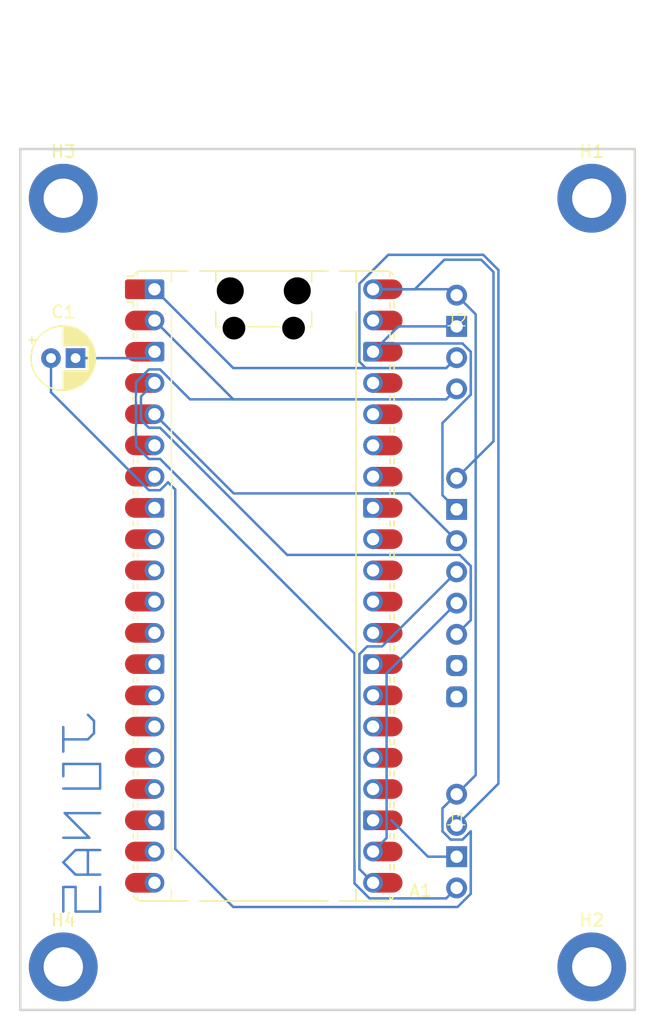
<source format=kicad_pcb>
(kicad_pcb (version 20241229) (generator "pcbnew") (generator_version "9.0")
  (layers (0 "F.Cu" signal) (2 "B.Cu" signal) (13 "F.Paste" user) (15 "B.Paste" user) (5 "F.SilkS" user "F.Silkscreen") (7 "B.SilkS" user "B.Silkscreen") (1 "F.Mask" user) (3 "B.Mask" user) (25 "Edge.Cuts" user))
  (net 0 "")
  (net 1 "Net-(A1-GPIO2)")
  (net 5 "GND")
  (net 10 "Net-(A1-GPIO16)")
  (net 13 "Net-(A1-GPIO17)")
  (net 15 "+5V")
  (net 16 "Net-(A1-GPIO0)")
  (net 22 "Net-(A1-GPIO3)")
  (net 32 "Net-(A1-GPIO1)")
  (footprint "MountingHole:MountingHole_3.2mm_M3_DIN965_Pad_TopBottom" (layer "F.Cu") (at 98 61)
    (property "Reference" "H3" (at 0 -3.8 0) (layer "F.SilkS"))
    (property "Value" "MountingHole")
    (pad "1" thru_hole circle (at 0 0) (size 3.6 3.6) (drill 3.2) (layers "*.Cu" "*.Mask"))
    (pad "1" connect circle (at 0 0) (size 5.6 5.6) (layers "F.Cu" "F.Mask"))
    (pad "1" connect circle (at 0 0) (size 5.6 5.6) (layers "B.Cu" "B.Mask"))
  )
  (footprint "MountingHole:MountingHole_3.2mm_M3_DIN965_Pad_TopBottom" (layer "F.Cu") (at 98 123.5)
    (property "Reference" "H4" (at 0 -3.8 0) (layer "F.SilkS"))
    (property "Value" "MountingHole")
    (pad "1" thru_hole circle (at 0 0) (size 3.6 3.6) (drill 3.2) (layers "*.Cu" "*.Mask"))
    (pad "1" connect circle (at 0 0) (size 5.6 5.6) (layers "F.Cu" "F.Mask"))
    (pad "1" connect circle (at 0 0) (size 5.6 5.6) (layers "B.Cu" "B.Mask"))
  )
  (footprint "My_Library:SGP30" (layer "F.Cu") (at 130 71.42)
    (property "Reference" "J2" (at 0 -0.5 0) (layer "F.SilkS") (effects (font (thickness 0.1))))
    (property "Value" "SGP30")
    (pad "1" thru_hole circle (at 0 -2.54) (size 1.7 1.7) (drill 1) (layers "*.Cu" "*.Mask") (net 15 "+5V"))
    (pad "2" thru_hole rect (at 0 0) (size 1.7 1.7) (drill 1) (layers "*.Cu" "*.Mask") (net 5 "GND"))
    (pad "3" thru_hole circle (at 0 2.54) (size 1.7 1.7) (drill 1) (layers "*.Cu" "*.Mask") (net 16 "Net-(A1-GPIO0)"))
    (pad "4" thru_hole circle (at 0 5.08) (size 1.7 1.7) (drill 1) (layers "*.Cu" "*.Mask") (net 32 "Net-(A1-GPIO1)"))
  )
  (footprint "MountingHole:MountingHole_3.2mm_M3_DIN965_Pad_TopBottom" (layer "F.Cu") (at 141 61)
    (property "Reference" "H1" (at 0 -3.8 0) (layer "F.SilkS"))
    (property "Value" "MountingHole")
    (pad "1" thru_hole circle (at 0 0) (size 3.6 3.6) (drill 3.2) (layers "*.Cu" "*.Mask"))
    (pad "1" connect circle (at 0 0) (size 5.6 5.6) (layers "F.Cu" "F.Mask"))
    (pad "1" connect circle (at 0 0) (size 5.6 5.6) (layers "B.Cu" "B.Mask"))
  )
  (footprint "Module:RaspberryPi_Pico_Common_Unspecified" (layer "F.Cu") (at 114.31 92.53)
    (property "Reference" "A1" (at 11.7475 24.765 0) (layer "F.SilkS") (effects (justify left)))
    (property "Value" "RaspberryPi_Pico")
    (fp_line (start -10.61 -23.07) (end -11.09 -23.07) (stroke (width 0.12)) (layer "F.SilkS"))
    (fp_line (start -10.61 -23.07) (end -10.61 -22.65) (stroke (width 0.12)) (layer "F.SilkS"))
    (fp_line (start -10.61 -20.53) (end -10.61 -20.11) (stroke (width 0.12)) (layer "F.SilkS"))
    (fp_line (start -10.61 -17.99) (end -10.61 -17.57) (stroke (width 0.12)) (layer "F.SilkS"))
    (fp_line (start -10.61 -15.45) (end -10.61 -15.03) (stroke (width 0.12)) (layer "F.SilkS"))
    (fp_line (start -10.61 -12.91) (end -10.61 -12.49) (stroke (width 0.12)) (layer "F.SilkS"))
    (fp_line (start -10.61 -10.37) (end -10.61 -9.95) (stroke (width 0.12)) (layer "F.SilkS"))
    (fp_line (start -10.61 -7.83) (end -10.61 -7.41) (stroke (width 0.12)) (layer "F.SilkS"))
    (fp_line (start -10.61 -5.29) (end -10.61 -4.87) (stroke (width 0.12)) (layer "F.SilkS"))
    (fp_line (start -10.61 -2.75) (end -10.61 -2.33) (stroke (width 0.12)) (layer "F.SilkS"))
    (fp_line (start -10.61 -0.21) (end -10.61 0.21) (stroke (width 0.12)) (layer "F.SilkS"))
    (fp_line (start -10.61 2.33) (end -10.61 2.75) (stroke (width 0.12)) (layer "F.SilkS"))
    (fp_line (start -10.61 4.87) (end -10.61 5.29) (stroke (width 0.12)) (layer "F.SilkS"))
    (fp_line (start -10.61 7.41) (end -10.61 7.83) (stroke (width 0.12)) (layer "F.SilkS"))
    (fp_line (start -10.61 9.95) (end -10.61 10.37) (stroke (width 0.12)) (layer "F.SilkS"))
    (fp_line (start -10.61 12.49) (end -10.61 12.91) (stroke (width 0.12)) (layer "F.SilkS"))
    (fp_line (start -10.61 15.03) (end -10.61 15.45) (stroke (width 0.12)) (layer "F.SilkS"))
    (fp_line (start -10.61 17.57) (end -10.61 17.99) (stroke (width 0.12)) (layer "F.SilkS"))
    (fp_line (start -10.61 20.11) (end -10.61 20.53) (stroke (width 0.12)) (layer "F.SilkS"))
    (fp_line (start -10.61 22.65) (end -10.61 23.07) (stroke (width 0.12)) (layer "F.SilkS"))
    (fp_line (start -10.579676 -25.19) (end -11.09 -25.19) (stroke (width 0.12)) (layer "F.SilkS"))
    (fp_line (start -10.27 -25.189937) (end -10.27 -25.547) (stroke (width 0.12)) (layer "F.SilkS"))
    (fp_line (start -10.27 -23.07) (end -10.27 -22.65) (stroke (width 0.12)) (layer "F.SilkS"))
    (fp_line (start -10.27 -20.53) (end -10.27 -20.11) (stroke (width 0.12)) (layer "F.SilkS"))
    (fp_line (start -10.27 -17.99) (end -10.27 -17.57) (stroke (width 0.12)) (layer "F.SilkS"))
    (fp_line (start -10.27 -15.45) (end -10.27 -15.03) (stroke (width 0.12)) (layer "F.SilkS"))
    (fp_line (start -10.27 -12.91) (end -10.27 -12.49) (stroke (width 0.12)) (layer "F.SilkS"))
    (fp_line (start -10.27 -10.37) (end -10.27 -9.95) (stroke (width 0.12)) (layer "F.SilkS"))
    (fp_line (start -10.27 -7.83) (end -10.27 -7.41) (stroke (width 0.12)) (layer "F.SilkS"))
    (fp_line (start -10.27 -5.29) (end -10.27 -4.87) (stroke (width 0.12)) (layer "F.SilkS"))
    (fp_line (start -10.27 -2.75) (end -10.27 -2.33) (stroke (width 0.12)) (layer "F.SilkS"))
    (fp_line (start -10.27 -0.21) (end -10.27 0.21) (stroke (width 0.12)) (layer "F.SilkS"))
    (fp_line (start -10.27 2.33) (end -10.27 2.75) (stroke (width 0.12)) (layer "F.SilkS"))
    (fp_line (start -10.27 4.87) (end -10.27 5.29) (stroke (width 0.12)) (layer "F.SilkS"))
    (fp_line (start -10.27 7.41) (end -10.27 7.83) (stroke (width 0.12)) (layer "F.SilkS"))
    (fp_line (start -10.27 9.95) (end -10.27 10.37) (stroke (width 0.12)) (layer "F.SilkS"))
    (fp_line (start -10.27 12.49) (end -10.27 12.91) (stroke (width 0.12)) (layer "F.SilkS"))
    (fp_line (start -10.27 15.03) (end -10.27 15.45) (stroke (width 0.12)) (layer "F.SilkS"))
    (fp_line (start -10.27 17.57) (end -10.27 17.99) (stroke (width 0.12)) (layer "F.SilkS"))
    (fp_line (start -10.27 20.11) (end -10.27 20.53) (stroke (width 0.12)) (layer "F.SilkS"))
    (fp_line (start -10.27 22.65) (end -10.27 23.07) (stroke (width 0.12)) (layer "F.SilkS"))
    (fp_line (start -10.27 25.189937) (end -10.27 25.547) (stroke (width 0.12)) (layer "F.SilkS"))
    (fp_line (start -10 -25.61) (end -7.51 -25.61) (stroke (width 0.12)) (layer "F.SilkS"))
    (fp_line (start -10 25.61) (end -6.162061 25.61) (stroke (width 0.12)) (layer "F.SilkS"))
    (fp_line (start -7.51 -25.61) (end -7.51 -24.69648) (stroke (width 0.12)) (layer "F.SilkS"))
    (fp_line (start -7.51 -25.61) (end -6.16206 -25.61) (stroke (width 0.12)) (layer "F.SilkS"))
    (fp_line (start -7.51 -22.30352) (end -7.51 22.30352) (stroke (width 0.12)) (layer "F.SilkS"))
    (fp_line (start -7.51 24.69648) (end -7.51 25.61) (stroke (width 0.12)) (layer "F.SilkS"))
    (fp_line (start -5.237939 -25.61) (end -4.235 -25.61) (stroke (width 0.12)) (layer "F.SilkS"))
    (fp_line (start -4.235 -25.61) (end 4.235 -25.61) (stroke (width 0.12)) (layer "F.SilkS"))
    (fp_line (start -3.9 -25.61) (end -3.9 -24.694) (stroke (width 0.12)) (layer "F.SilkS"))
    (fp_line (start -3.9 -22.306) (end -3.9 -21.09) (stroke (width 0.12)) (layer "F.SilkS"))
    (fp_line (start -3.9 -21.09) (end -3.60391 -21.09) (stroke (width 0.12)) (layer "F.SilkS"))
    (fp_line (start -3.6 25.61) (end -5.237939 25.61) (stroke (width 0.12)) (layer "F.SilkS"))
    (fp_line (start -1.24609 -21.09) (end 1.24609 -21.09) (stroke (width 0.12)) (layer "F.SilkS"))
    (fp_line (start 3.6 25.61) (end -3.6 25.61) (stroke (width 0.12)) (layer "F.SilkS"))
    (fp_line (start 3.60391 -21.09) (end 3.9 -21.09) (stroke (width 0.12)) (layer "F.SilkS"))
    (fp_line (start 3.9 -25.61) (end 3.9 -24.694) (stroke (width 0.12)) (layer "F.SilkS"))
    (fp_line (start 3.9 -22.306) (end 3.9 -21.09) (stroke (width 0.12)) (layer "F.SilkS"))
    (fp_line (start 4.235 -25.61) (end 5.237939 -25.61) (stroke (width 0.12)) (layer "F.SilkS"))
    (fp_line (start 5.237939 25.61) (end 3.6 25.61) (stroke (width 0.12)) (layer "F.SilkS"))
    (fp_line (start 6.162061 -25.61) (end 7.51 -25.61) (stroke (width 0.12)) (layer "F.SilkS"))
    (fp_line (start 6.162061 25.61) (end 10 25.61) (stroke (width 0.12)) (layer "F.SilkS"))
    (fp_line (start 7.51 -25.61) (end 7.51 -24.69648) (stroke (width 0.12)) (layer "F.SilkS"))
    (fp_line (start 7.51 -22.30352) (end 7.51 22.30352) (stroke (width 0.12)) (layer "F.SilkS"))
    (fp_line (start 7.51 24.69648) (end 7.51 25.61) (stroke (width 0.12)) (layer "F.SilkS"))
    (fp_line (start 10 -25.61) (end 7.51 -25.61) (stroke (width 0.12)) (layer "F.SilkS"))
    (fp_line (start 10.27 -25.189937) (end 10.27 -25.547) (stroke (width 0.12)) (layer "F.SilkS"))
    (fp_line (start 10.27 -23.07) (end 10.27 -22.65) (stroke (width 0.12)) (layer "F.SilkS"))
    (fp_line (start 10.27 -20.53) (end 10.27 -20.11) (stroke (width 0.12)) (layer "F.SilkS"))
    (fp_line (start 10.27 -17.99) (end 10.27 -17.57) (stroke (width 0.12)) (layer "F.SilkS"))
    (fp_line (start 10.27 -15.45) (end 10.27 -15.03) (stroke (width 0.12)) (layer "F.SilkS"))
    (fp_line (start 10.27 -12.91) (end 10.27 -12.49) (stroke (width 0.12)) (layer "F.SilkS"))
    (fp_line (start 10.27 -10.37) (end 10.27 -9.95) (stroke (width 0.12)) (layer "F.SilkS"))
    (fp_line (start 10.27 -7.83) (end 10.27 -7.41) (stroke (width 0.12)) (layer "F.SilkS"))
    (fp_line (start 10.27 -5.29) (end 10.27 -4.87) (stroke (width 0.12)) (layer "F.SilkS"))
    (fp_line (start 10.27 -2.75) (end 10.27 -2.33) (stroke (width 0.12)) (layer "F.SilkS"))
    (fp_line (start 10.27 -0.21) (end 10.27 0.21) (stroke (width 0.12)) (layer "F.SilkS"))
    (fp_line (start 10.27 2.33) (end 10.27 2.75) (stroke (width 0.12)) (layer "F.SilkS"))
    (fp_line (start 10.27 4.87) (end 10.27 5.29) (stroke (width 0.12)) (layer "F.SilkS"))
    (fp_line (start 10.27 7.41) (end 10.27 7.83) (stroke (width 0.12)) (layer "F.SilkS"))
    (fp_line (start 10.27 9.95) (end 10.27 10.37) (stroke (width 0.12)) (layer "F.SilkS"))
    (fp_line (start 10.27 12.49) (end 10.27 12.91) (stroke (width 0.12)) (layer "F.SilkS"))
    (fp_line (start 10.27 15.03) (end 10.27 15.45) (stroke (width 0.12)) (layer "F.SilkS"))
    (fp_line (start 10.27 17.57) (end 10.27 17.99) (stroke (width 0.12)) (layer "F.SilkS"))
    (fp_line (start 10.27 20.11) (end 10.27 20.53) (stroke (width 0.12)) (layer "F.SilkS"))
    (fp_line (start 10.27 22.65) (end 10.27 23.07) (stroke (width 0.12)) (layer "F.SilkS"))
    (fp_line (start 10.27 25.189937) (end 10.27 25.547) (stroke (width 0.12)) (layer "F.SilkS"))
    (fp_line (start 10.61 -23.07) (end 10.61 -22.65) (stroke (width 0.12)) (layer "F.SilkS"))
    (fp_line (start 10.61 -20.53) (end 10.61 -20.11) (stroke (width 0.12)) (layer "F.SilkS"))
    (fp_line (start 10.61 -17.99) (end 10.61 -17.57) (stroke (width 0.12)) (layer "F.SilkS"))
    (fp_line (start 10.61 -15.45) (end 10.61 -15.03) (stroke (width 0.12)) (layer "F.SilkS"))
    (fp_line (start 10.61 -12.91) (end 10.61 -12.49) (stroke (width 0.12)) (layer "F.SilkS"))
    (fp_line (start 10.61 -10.37) (end 10.61 -9.95) (stroke (width 0.12)) (layer "F.SilkS"))
    (fp_line (start 10.61 -7.83) (end 10.61 -7.41) (stroke (width 0.12)) (layer "F.SilkS"))
    (fp_line (start 10.61 -5.29) (end 10.61 -4.87) (stroke (width 0.12)) (layer "F.SilkS"))
    (fp_line (start 10.61 -2.75) (end 10.61 -2.33) (stroke (width 0.12)) (layer "F.SilkS"))
    (fp_line (start 10.61 -0.21) (end 10.61 0.21) (stroke (width 0.12)) (layer "F.SilkS"))
    (fp_line (start 10.61 2.33) (end 10.61 2.75) (stroke (width 0.12)) (layer "F.SilkS"))
    (fp_line (start 10.61 4.87) (end 10.61 5.29) (stroke (width 0.12)) (layer "F.SilkS"))
    (fp_line (start 10.61 7.41) (end 10.61 7.83) (stroke (width 0.12)) (layer "F.SilkS"))
    (fp_line (start 10.61 9.95) (end 10.61 10.37) (stroke (width 0.12)) (layer "F.SilkS"))
    (fp_line (start 10.61 12.49) (end 10.61 12.91) (stroke (width 0.12)) (layer "F.SilkS"))
    (fp_line (start 10.61 15.03) (end 10.61 15.45) (stroke (width 0.12)) (layer "F.SilkS"))
    (fp_line (start 10.61 17.57) (end 10.61 17.99) (stroke (width 0.12)) (layer "F.SilkS"))
    (fp_line (start 10.61 20.11) (end 10.61 20.53) (stroke (width 0.12)) (layer "F.SilkS"))
    (fp_line (start 10.61 22.65) (end 10.61 23.07) (stroke (width 0.12)) (layer "F.SilkS"))
    (fp_arc (start -10.579676 -25.19) (mid -10.357938 -25.493944) (end -10 -25.61) (stroke (width 0.12)) (layer "F.SilkS"))
    (fp_arc (start -10 25.61) (mid -10.357937 25.493944) (end -10.579676 25.189937) (stroke (width 0.12)) (layer "F.SilkS"))
    (fp_arc (start 10 -25.61) (mid 10.357937 -25.493944) (end 10.579676 -25.189937) (stroke (width 0.12)) (layer "F.SilkS"))
    (fp_arc (start 10.579676 25.189937) (mid 10.357946 25.493957) (end 10 25.61) (stroke (width 0.12)) (layer "F.SilkS"))
    (pad "" np_thru_hole circle (at -2.725 -24) (size 2.2 2.2) (drill 2.2) (layers "*.Mask"))
    (pad "" np_thru_hole circle (at -2.425 -20.97) (size 1.85 1.85) (drill 1.85) (layers "*.Mask"))
    (pad "" np_thru_hole circle (at 2.425 -20.97) (size 1.85 1.85) (drill 1.85) (layers "*.Mask"))
    (pad "" np_thru_hole circle (at 2.725 -24) (size 2.2 2.2) (drill 2.2) (layers "*.Mask"))
    (pad "1" smd custom (at -9.69 -24.13) (size 1.6 0.8) (layers "F.Cu" "F.Mask") (net 16 "Net-(A1-GPIO0)") (options (clearance outline) (anchor rect)) (primitives (gr_circle (center 0.8 0) (end 1.6 0) (width 0) (fill yes)) (gr_poly (pts (xy -1.6 -0.6) (xy -1.6 0.6) (xy -1.4 0.8) (xy 0.8 0.8) (xy 0.8 -0.8) (xy -1.4 -0.8)) (width 0) (fill yes)) (gr_circle (center -1.4 -0.6) (end -1.2 -0.6) (width 0) (fill yes)) (gr_circle (center -1.4 0.6) (end -1.2 0.6) (width 0) (fill yes))))
    (pad "1" thru_hole roundrect (at -8.89 -24.13) (size 1.6 1.6) (drill 1) (layers "*.Cu" "*.Mask") (roundrect_rratio 0.125) (net 16 "Net-(A1-GPIO0)"))
    (pad "2" smd roundrect (at -9.69 -21.59) (size 3.2 1.6) (layers "F.Cu" "F.Mask") (roundrect_rratio 0.5) (net 32 "Net-(A1-GPIO1)"))
    (pad "2" thru_hole circle (at -8.89 -21.59) (size 1.6 1.6) (drill 1) (layers "*.Cu" "*.Mask") (net 32 "Net-(A1-GPIO1)"))
    (pad "3" smd custom (at -9.69 -19.05) (size 1.6 0.8) (layers "F.Cu" "F.Mask") (net 5 "GND") (options (clearance outline) (anchor rect)) (primitives (gr_circle (center -0.8 0) (end 0 0) (width 0) (fill yes)) (gr_poly (pts (xy 1.6 -0.6) (xy 1.6 0.6) (xy 1.4 0.8) (xy -0.8 0.8) (xy -0.8 -0.8) (xy 1.4 -0.8)) (width 0) (fill yes)) (gr_circle (center 1.4 -0.6) (end 1.6 -0.6) (width 0) (fill yes)) (gr_circle (center 1.4 0.6) (end 1.6 0.6) (width 0) (fill yes))))
    (pad "3" thru_hole custom (at -8.89 -19.05) (size 1.6 1.6) (drill 1) (layers "*.Cu" "*.Mask") (net 5 "GND") (options (clearance outline) (anchor circle)) (primitives (gr_poly (pts (xy 0.8 0.6) (xy 0.8 -0.6) (xy 0.6 -0.8) (xy 0 -0.8) (xy 0 0.8) (xy 0.6 0.8)) (width 0) (fill yes)) (gr_circle (center 0.6 0.6) (end 0.8 0.6) (width 0) (fill yes)) (gr_circle (center 0.6 -0.6) (end 0.8 -0.6) (width 0) (fill yes))))
    (pad "4" smd roundrect (at -9.69 -16.51) (size 3.2 1.6) (layers "F.Cu" "F.Mask") (roundrect_rratio 0.5) (net 1 "Net-(A1-GPIO2)"))
    (pad "4" thru_hole circle (at -8.89 -16.51) (size 1.6 1.6) (drill 1) (layers "*.Cu" "*.Mask") (net 1 "Net-(A1-GPIO2)"))
    (pad "5" smd roundrect (at -9.69 -13.97) (size 3.2 1.6) (layers "F.Cu" "F.Mask") (roundrect_rratio 0.5) (net 22 "Net-(A1-GPIO3)"))
    (pad "5" thru_hole circle (at -8.89 -13.97) (size 1.6 1.6) (drill 1) (layers "*.Cu" "*.Mask") (net 22 "Net-(A1-GPIO3)"))
    (pad "6" smd roundrect (at -9.69 -11.43) (size 3.2 1.6) (layers "F.Cu" "F.Mask") (roundrect_rratio 0.5))
    (pad "6" thru_hole circle (at -8.89 -11.43) (size 1.6 1.6) (drill 1) (layers "*.Cu" "*.Mask"))
    (pad "7" smd roundrect (at -9.69 -8.89) (size 3.2 1.6) (layers "F.Cu" "F.Mask") (roundrect_rratio 0.5))
    (pad "7" thru_hole circle (at -8.89 -8.89) (size 1.6 1.6) (drill 1) (layers "*.Cu" "*.Mask"))
    (pad "8" smd custom (at -9.69 -6.35) (size 1.6 0.8) (layers "F.Cu" "F.Mask") (net 5 "GND") (options (clearance outline) (anchor rect)) (primitives (gr_circle (center -0.8 0) (end 0 0) (width 0) (fill yes)) (gr_poly (pts (xy 1.6 -0.6) (xy 1.6 0.6) (xy 1.4 0.8) (xy -0.8 0.8) (xy -0.8 -0.8) (xy 1.4 -0.8)) (width 0) (fill yes)) (gr_circle (center 1.4 -0.6) (end 1.6 -0.6) (width 0) (fill yes)) (gr_circle (center 1.4 0.6) (end 1.6 0.6) (width 0) (fill yes))))
    (pad "8" thru_hole custom (at -8.89 -6.35) (size 1.6 1.6) (drill 1) (layers "*.Cu" "*.Mask") (net 5 "GND") (options (clearance outline) (anchor circle)) (primitives (gr_poly (pts (xy 0.8 0.6) (xy 0.8 -0.6) (xy 0.6 -0.8) (xy 0 -0.8) (xy 0 0.8) (xy 0.6 0.8)) (width 0) (fill yes)) (gr_circle (center 0.6 0.6) (end 0.8 0.6) (width 0) (fill yes)) (gr_circle (center 0.6 -0.6) (end 0.8 -0.6) (width 0) (fill yes))))
    (pad "9" smd roundrect (at -9.69 -3.81) (size 3.2 1.6) (layers "F.Cu" "F.Mask") (roundrect_rratio 0.5))
    (pad "9" thru_hole circle (at -8.89 -3.81) (size 1.6 1.6) (drill 1) (layers "*.Cu" "*.Mask"))
    (pad "10" smd roundrect (at -9.69 -1.27) (size 3.2 1.6) (layers "F.Cu" "F.Mask") (roundrect_rratio 0.5))
    (pad "10" thru_hole circle (at -8.89 -1.27) (size 1.6 1.6) (drill 1) (layers "*.Cu" "*.Mask"))
    (pad "11" smd roundrect (at -9.69 1.27) (size 3.2 1.6) (layers "F.Cu" "F.Mask") (roundrect_rratio 0.5))
    (pad "11" thru_hole circle (at -8.89 1.27) (size 1.6 1.6) (drill 1) (layers "*.Cu" "*.Mask"))
    (pad "12" smd roundrect (at -9.69 3.81) (size 3.2 1.6) (layers "F.Cu" "F.Mask") (roundrect_rratio 0.5))
    (pad "12" thru_hole circle (at -8.89 3.81) (size 1.6 1.6) (drill 1) (layers "*.Cu" "*.Mask"))
    (pad "13" smd custom (at -9.69 6.35) (size 1.6 0.8) (layers "F.Cu" "F.Mask") (net 5 "GND") (options (clearance outline) (anchor rect)) (primitives (gr_circle (center -0.8 0) (end 0 0) (width 0) (fill yes)) (gr_poly (pts (xy 1.6 -0.6) (xy 1.6 0.6) (xy 1.4 0.8) (xy -0.8 0.8) (xy -0.8 -0.8) (xy 1.4 -0.8)) (width 0) (fill yes)) (gr_circle (center 1.4 -0.6) (end 1.6 -0.6) (width 0) (fill yes)) (gr_circle (center 1.4 0.6) (end 1.6 0.6) (width 0) (fill yes))))
    (pad "13" thru_hole custom (at -8.89 6.35) (size 1.6 1.6) (drill 1) (layers "*.Cu" "*.Mask") (net 5 "GND") (options (clearance outline) (anchor circle)) (primitives (gr_poly (pts (xy 0.8 0.6) (xy 0.8 -0.6) (xy 0.6 -0.8) (xy 0 -0.8) (xy 0 0.8) (xy 0.6 0.8)) (width 0) (fill yes)) (gr_circle (center 0.6 0.6) (end 0.8 0.6) (width 0) (fill yes)) (gr_circle (center 0.6 -0.6) (end 0.8 -0.6) (width 0) (fill yes))))
    (pad "14" smd roundrect (at -9.69 8.89) (size 3.2 1.6) (layers "F.Cu" "F.Mask") (roundrect_rratio 0.5))
    (pad "14" thru_hole circle (at -8.89 8.89) (size 1.6 1.6) (drill 1) (layers "*.Cu" "*.Mask"))
    (pad "15" smd roundrect (at -9.69 11.43) (size 3.2 1.6) (layers "F.Cu" "F.Mask") (roundrect_rratio 0.5))
    (pad "15" thru_hole circle (at -8.89 11.43) (size 1.6 1.6) (drill 1) (layers "*.Cu" "*.Mask"))
    (pad "16" smd roundrect (at -9.69 13.97) (size 3.2 1.6) (layers "F.Cu" "F.Mask") (roundrect_rratio 0.5))
    (pad "16" thru_hole circle (at -8.89 13.97) (size 1.6 1.6) (drill 1) (layers "*.Cu" "*.Mask"))
    (pad "17" smd roundrect (at -9.69 16.51) (size 3.2 1.6) (layers "F.Cu" "F.Mask") (roundrect_rratio 0.5))
    (pad "17" thru_hole circle (at -8.89 16.51) (size 1.6 1.6) (drill 1) (layers "*.Cu" "*.Mask"))
    (pad "18" smd custom (at -9.69 19.05) (size 1.6 0.8) (layers "F.Cu" "F.Mask") (net 5 "GND") (options (clearance outline) (anchor rect)) (primitives (gr_circle (center -0.8 0) (end 0 0) (width 0) (fill yes)) (gr_poly (pts (xy 1.6 -0.6) (xy 1.6 0.6) (xy 1.4 0.8) (xy -0.8 0.8) (xy -0.8 -0.8) (xy 1.4 -0.8)) (width 0) (fill yes)) (gr_circle (center 1.4 -0.6) (end 1.6 -0.6) (width 0) (fill yes)) (gr_circle (center 1.4 0.6) (end 1.6 0.6) (width 0) (fill yes))))
    (pad "18" thru_hole custom (at -8.89 19.05) (size 1.6 1.6) (drill 1) (layers "*.Cu" "*.Mask") (net 5 "GND") (options (clearance outline) (anchor circle)) (primitives (gr_poly (pts (xy 0.8 0.6) (xy 0.8 -0.6) (xy 0.6 -0.8) (xy 0 -0.8) (xy 0 0.8) (xy 0.6 0.8)) (width 0) (fill yes)) (gr_circle (center 0.6 0.6) (end 0.8 0.6) (width 0) (fill yes)) (gr_circle (center 0.6 -0.6) (end 0.8 -0.6) (width 0) (fill yes))))
    (pad "19" smd roundrect (at -9.69 21.59) (size 3.2 1.6) (layers "F.Cu" "F.Mask") (roundrect_rratio 0.5))
    (pad "19" thru_hole circle (at -8.89 21.59) (size 1.6 1.6) (drill 1) (layers "*.Cu" "*.Mask"))
    (pad "20" smd roundrect (at -9.69 24.13) (size 3.2 1.6) (layers "F.Cu" "F.Mask") (roundrect_rratio 0.5))
    (pad "20" thru_hole circle (at -8.89 24.13) (size 1.6 1.6) (drill 1) (layers "*.Cu" "*.Mask"))
    (pad "21" thru_hole circle (at 8.89 24.13) (size 1.6 1.6) (drill 1) (layers "*.Cu" "*.Mask") (net 10 "Net-(A1-GPIO16)"))
    (pad "21" smd roundrect (at 9.69 24.13) (size 3.2 1.6) (layers "F.Cu" "F.Mask") (roundrect_rratio 0.5) (net 10 "Net-(A1-GPIO16)"))
    (pad "22" thru_hole circle (at 8.89 21.59) (size 1.6 1.6) (drill 1) (layers "*.Cu" "*.Mask") (net 13 "Net-(A1-GPIO17)"))
    (pad "22" smd roundrect (at 9.69 21.59) (size 3.2 1.6) (layers "F.Cu" "F.Mask") (roundrect_rratio 0.5) (net 13 "Net-(A1-GPIO17)"))
    (pad "23" thru_hole custom (at 8.89 19.05) (size 1.6 1.6) (drill 1) (layers "*.Cu" "*.Mask") (net 5 "GND") (options (clearance outline) (anchor circle)) (primitives (gr_poly (pts (xy -0.8 0.6) (xy -0.8 -0.6) (xy -0.6 -0.8) (xy 0 -0.8) (xy 0 0.8) (xy -0.6 0.8)) (width 0) (fill yes)) (gr_circle (center -0.6 0.6) (end -0.4 0.6) (width 0) (fill yes)) (gr_circle (center -0.6 -0.6) (end -0.4 -0.6) (width 0) (fill yes))))
    (pad "23" smd custom (at 9.69 19.05) (size 1.6 0.8) (layers "F.Cu" "F.Mask") (net 5 "GND") (options (clearance outline) (anchor rect)) (primitives (gr_circle (center 0.8 0) (end 1.6 0) (width 0) (fill yes)) (gr_poly (pts (xy -1.6 -0.6) (xy -1.6 0.6) (xy -1.4 0.8) (xy 0.8 0.8) (xy 0.8 -0.8) (xy -1.4 -0.8)) (width 0) (fill yes)) (gr_circle (center -1.4 -0.6) (end -1.2 -0.6) (width 0) (fill yes)) (gr_circle (center -1.4 0.6) (end -1.2 0.6) (width 0) (fill yes))))
    (pad "24" thru_hole circle (at 8.89 16.51) (size 1.6 1.6) (drill 1) (layers "*.Cu" "*.Mask"))
    (pad "24" smd roundrect (at 9.69 16.51) (size 3.2 1.6) (layers "F.Cu" "F.Mask") (roundrect_rratio 0.5))
    (pad "25" thru_hole circle (at 8.89 13.97) (size 1.6 1.6) (drill 1) (layers "*.Cu" "*.Mask"))
    (pad "25" smd roundrect (at 9.69 13.97) (size 3.2 1.6) (layers "F.Cu" "F.Mask") (roundrect_rratio 0.5))
    (pad "26" thru_hole circle (at 8.89 11.43) (size 1.6 1.6) (drill 1) (layers "*.Cu" "*.Mask"))
    (pad "26" smd roundrect (at 9.69 11.43) (size 3.2 1.6) (layers "F.Cu" "F.Mask") (roundrect_rratio 0.5))
    (pad "27" thru_hole circle (at 8.89 8.89) (size 1.6 1.6) (drill 1) (layers "*.Cu" "*.Mask"))
    (pad "27" smd roundrect (at 9.69 8.89) (size 3.2 1.6) (layers "F.Cu" "F.Mask") (roundrect_rratio 0.5))
    (pad "28" thru_hole custom (at 8.89 6.35) (size 1.6 1.6) (drill 1) (layers "*.Cu" "*.Mask") (net 5 "GND") (options (clearance outline) (anchor circle)) (primitives (gr_poly (pts (xy -0.8 0.6) (xy -0.8 -0.6) (xy -0.6 -0.8) (xy 0 -0.8) (xy 0 0.8) (xy -0.6 0.8)) (width 0) (fill yes)) (gr_circle (center -0.6 0.6) (end -0.4 0.6) (width 0) (fill yes)) (gr_circle (center -0.6 -0.6) (end -0.4 -0.6) (width 0) (fill yes))))
    (pad "28" smd custom (at 9.69 6.35) (size 1.6 0.8) (layers "F.Cu" "F.Mask") (net 5 "GND") (options (clearance outline) (anchor rect)) (primitives (gr_circle (center 0.8 0) (end 1.6 0) (width 0) (fill yes)) (gr_poly (pts (xy -1.6 -0.6) (xy -1.6 0.6) (xy -1.4 0.8) (xy 0.8 0.8) (xy 0.8 -0.8) (xy -1.4 -0.8)) (width 0) (fill yes)) (gr_circle (center -1.4 -0.6) (end -1.2 -0.6) (width 0) (fill yes)) (gr_circle (center -1.4 0.6) (end -1.2 0.6) (width 0) (fill yes))))
    (pad "29" thru_hole circle (at 8.89 3.81) (size 1.6 1.6) (drill 1) (layers "*.Cu" "*.Mask"))
    (pad "29" smd roundrect (at 9.69 3.81) (size 3.2 1.6) (layers "F.Cu" "F.Mask") (roundrect_rratio 0.5))
    (pad "30" thru_hole circle (at 8.89 1.27) (size 1.6 1.6) (drill 1) (layers "*.Cu" "*.Mask"))
    (pad "30" smd roundrect (at 9.69 1.27) (size 3.2 1.6) (layers "F.Cu" "F.Mask") (roundrect_rratio 0.5))
    (pad "31" thru_hole circle (at 8.89 -1.27) (size 1.6 1.6) (drill 1) (layers "*.Cu" "*.Mask"))
    (pad "31" smd roundrect (at 9.69 -1.27) (size 3.2 1.6) (layers "F.Cu" "F.Mask") (roundrect_rratio 0.5))
    (pad "32" thru_hole circle (at 8.89 -3.81) (size 1.6 1.6) (drill 1) (layers "*.Cu" "*.Mask"))
    (pad "32" smd roundrect (at 9.69 -3.81) (size 3.2 1.6) (layers "F.Cu" "F.Mask") (roundrect_rratio 0.5))
    (pad "33" thru_hole custom (at 8.89 -6.35) (size 1.6 1.6) (drill 1) (layers "*.Cu" "*.Mask") (options (clearance outline) (anchor circle)) (primitives (gr_poly (pts (xy -0.8 0.6) (xy -0.8 -0.6) (xy -0.6 -0.8) (xy 0 -0.8) (xy 0 0.8) (xy -0.6 0.8)) (width 0) (fill yes)) (gr_circle (center -0.6 0.6) (end -0.4 0.6) (width 0) (fill yes)) (gr_circle (center -0.6 -0.6) (end -0.4 -0.6) (width 0) (fill yes))))
    (pad "33" smd custom (at 9.69 -6.35) (size 1.6 0.8) (layers "F.Cu" "F.Mask") (options (clearance outline) (anchor rect)) (primitives (gr_circle (center 0.8 0) (end 1.6 0) (width 0) (fill yes)) (gr_poly (pts (xy -1.6 -0.6) (xy -1.6 0.6) (xy -1.4 0.8) (xy 0.8 0.8) (xy 0.8 -0.8) (xy -1.4 -0.8)) (width 0) (fill yes)) (gr_circle (center -1.4 -0.6) (end -1.2 -0.6) (width 0) (fill yes)) (gr_circle (center -1.4 0.6) (end -1.2 0.6) (width 0) (fill yes))))
    (pad "34" thru_hole circle (at 8.89 -8.89) (size 1.6 1.6) (drill 1) (layers "*.Cu" "*.Mask"))
    (pad "34" smd roundrect (at 9.69 -8.89) (size 3.2 1.6) (layers "F.Cu" "F.Mask") (roundrect_rratio 0.5))
    (pad "35" thru_hole circle (at 8.89 -11.43) (size 1.6 1.6) (drill 1) (layers "*.Cu" "*.Mask"))
    (pad "35" smd roundrect (at 9.69 -11.43) (size 3.2 1.6) (layers "F.Cu" "F.Mask") (roundrect_rratio 0.5))
    (pad "36" thru_hole circle (at 8.89 -13.97) (size 1.6 1.6) (drill 1) (layers "*.Cu" "*.Mask"))
    (pad "36" smd roundrect (at 9.69 -13.97) (size 3.2 1.6) (layers "F.Cu" "F.Mask") (roundrect_rratio 0.5))
    (pad "37" thru_hole circle (at 8.89 -16.51) (size 1.6 1.6) (drill 1) (layers "*.Cu" "*.Mask"))
    (pad "37" smd roundrect (at 9.69 -16.51) (size 3.2 1.6) (layers "F.Cu" "F.Mask") (roundrect_rratio 0.5))
    (pad "38" thru_hole custom (at 8.89 -19.05) (size 1.6 1.6) (drill 1) (layers "*.Cu" "*.Mask") (net 5 "GND") (options (clearance outline) (anchor circle)) (primitives (gr_poly (pts (xy -0.8 0.6) (xy -0.8 -0.6) (xy -0.6 -0.8) (xy 0 -0.8) (xy 0 0.8) (xy -0.6 0.8)) (width 0) (fill yes)) (gr_circle (center -0.6 0.6) (end -0.4 0.6) (width 0) (fill yes)) (gr_circle (center -0.6 -0.6) (end -0.4 -0.6) (width 0) (fill yes))))
    (pad "38" smd custom (at 9.69 -19.05) (size 1.6 0.8) (layers "F.Cu" "F.Mask") (net 5 "GND") (options (clearance outline) (anchor rect)) (primitives (gr_circle (center 0.8 0) (end 1.6 0) (width 0) (fill yes)) (gr_poly (pts (xy -1.6 -0.6) (xy -1.6 0.6) (xy -1.4 0.8) (xy 0.8 0.8) (xy 0.8 -0.8) (xy -1.4 -0.8)) (width 0) (fill yes)) (gr_circle (center -1.4 -0.6) (end -1.2 -0.6) (width 0) (fill yes)) (gr_circle (center -1.4 0.6) (end -1.2 0.6) (width 0) (fill yes))))
    (pad "39" thru_hole circle (at 8.89 -21.59) (size 1.6 1.6) (drill 1) (layers "*.Cu" "*.Mask"))
    (pad "39" smd roundrect (at 9.69 -21.59) (size 3.2 1.6) (layers "F.Cu" "F.Mask") (roundrect_rratio 0.5))
    (pad "40" thru_hole circle (at 8.89 -24.13) (size 1.6 1.6) (drill 1) (layers "*.Cu" "*.Mask") (net 15 "+5V"))
    (pad "40" smd roundrect (at 9.69 -24.13) (size 3.2 1.6) (layers "F.Cu" "F.Mask") (roundrect_rratio 0.5) (net 15 "+5V"))
  )
  (footprint "MountingHole:MountingHole_3.2mm_M3_DIN965_Pad_TopBottom" (layer "F.Cu") (at 141 123.5)
    (property "Reference" "H2" (at 0 -3.8 0) (layer "F.SilkS"))
    (property "Value" "MountingHole")
    (pad "1" thru_hole circle (at 0 0) (size 3.6 3.6) (drill 3.2) (layers "*.Cu" "*.Mask"))
    (pad "1" connect circle (at 0 0) (size 5.6 5.6) (layers "F.Cu" "F.Mask"))
    (pad "1" connect circle (at 0 0) (size 5.6 5.6) (layers "B.Cu" "B.Mask"))
  )
  (footprint "My_Library:PMS5003" (layer "F.Cu") (at 130 91.38)
    (property "Reference" "J3" (hide yes))
    (property "Value" "PMS5003")
    (pad "1" thru_hole circle (at 0 -7.62) (size 1.7 1.7) (drill 1) (layers "*.Cu" "*.Mask") (net 15 "+5V"))
    (pad "2" thru_hole rect (at 0 -5.08) (size 1.7 1.7) (drill 1) (layers "*.Cu" "*.Mask") (net 5 "GND"))
    (pad "3" thru_hole circle (at 0 -2.54) (size 1.7 1.7) (drill 1) (layers "*.Cu" "*.Mask") (net 22 "Net-(A1-GPIO3)"))
    (pad "4" thru_hole circle (at 0 0) (size 1.7 1.7) (drill 1) (layers "*.Cu" "*.Mask") (net 10 "Net-(A1-GPIO16)"))
    (pad "5" thru_hole circle (at 0 2.54) (size 1.7 1.7) (drill 1) (layers "*.Cu" "*.Mask") (net 13 "Net-(A1-GPIO17)"))
    (pad "6" thru_hole circle (at 0 5.08) (size 1.7 1.7) (drill 1) (layers "*.Cu" "*.Mask") (net 1 "Net-(A1-GPIO2)"))
    (pad "7" thru_hole roundrect (at 0 7.62) (size 1.7 1.7) (drill 1) (layers "*.Cu" "*.Mask") (roundrect_rratio 0.2941176471))
    (pad "8" thru_hole roundrect (at 0 10.16) (size 1.7 1.7) (drill 1) (layers "*.Cu" "*.Mask") (roundrect_rratio 0.2941176471))
  )
  (footprint "Capacitor_THT:CP_Radial_D5.0mm_P2.00mm" (layer "F.Cu") (at 97 74)
    (property "Reference" "C1" (at 1 -3.75 0) (layer "F.SilkS"))
    (property "Value" "C_Polarized")
    (fp_line (start -1.804775 -1.475) (end -1.304775 -1.475) (stroke (width 0.12)) (layer "F.SilkS"))
    (fp_line (start -1.554775 -1.725) (end -1.554775 -1.225) (stroke (width 0.12)) (layer "F.SilkS"))
    (fp_line (start 1 -2.58) (end 1 -1.04) (stroke (width 0.12)) (layer "F.SilkS"))
    (fp_line (start 1 1.04) (end 1 2.58) (stroke (width 0.12)) (layer "F.SilkS"))
    (fp_line (start 1.04 -2.58) (end 1.04 -1.04) (stroke (width 0.12)) (layer "F.SilkS"))
    (fp_line (start 1.04 1.04) (end 1.04 2.58) (stroke (width 0.12)) (layer "F.SilkS"))
    (fp_line (start 1.08 -2.579) (end 1.08 -1.04) (stroke (width 0.12)) (layer "F.SilkS"))
    (fp_line (start 1.08 1.04) (end 1.08 2.579) (stroke (width 0.12)) (layer "F.SilkS"))
    (fp_line (start 1.12 -2.577) (end 1.12 -1.04) (stroke (width 0.12)) (layer "F.SilkS"))
    (fp_line (start 1.12 1.04) (end 1.12 2.577) (stroke (width 0.12)) (layer "F.SilkS"))
    (fp_line (start 1.16 -2.575) (end 1.16 -1.04) (stroke (width 0.12)) (layer "F.SilkS"))
    (fp_line (start 1.16 1.04) (end 1.16 2.575) (stroke (width 0.12)) (layer "F.SilkS"))
    (fp_line (start 1.2 -2.572) (end 1.2 -1.04) (stroke (width 0.12)) (layer "F.SilkS"))
    (fp_line (start 1.2 1.04) (end 1.2 2.572) (stroke (width 0.12)) (layer "F.SilkS"))
    (fp_line (start 1.24 -2.569) (end 1.24 -1.04) (stroke (width 0.12)) (layer "F.SilkS"))
    (fp_line (start 1.24 1.04) (end 1.24 2.569) (stroke (width 0.12)) (layer "F.SilkS"))
    (fp_line (start 1.28 -2.565) (end 1.28 -1.04) (stroke (width 0.12)) (layer "F.SilkS"))
    (fp_line (start 1.28 1.04) (end 1.28 2.565) (stroke (width 0.12)) (layer "F.SilkS"))
    (fp_line (start 1.32 -2.56) (end 1.32 -1.04) (stroke (width 0.12)) (layer "F.SilkS"))
    (fp_line (start 1.32 1.04) (end 1.32 2.56) (stroke (width 0.12)) (layer "F.SilkS"))
    (fp_line (start 1.36 -2.555) (end 1.36 -1.04) (stroke (width 0.12)) (layer "F.SilkS"))
    (fp_line (start 1.36 1.04) (end 1.36 2.555) (stroke (width 0.12)) (layer "F.SilkS"))
    (fp_line (start 1.4 -2.549) (end 1.4 -1.04) (stroke (width 0.12)) (layer "F.SilkS"))
    (fp_line (start 1.4 1.04) (end 1.4 2.549) (stroke (width 0.12)) (layer "F.SilkS"))
    (fp_line (start 1.44 -2.543) (end 1.44 -1.04) (stroke (width 0.12)) (layer "F.SilkS"))
    (fp_line (start 1.44 1.04) (end 1.44 2.543) (stroke (width 0.12)) (layer "F.SilkS"))
    (fp_line (start 1.48 -2.536) (end 1.48 -1.04) (stroke (width 0.12)) (layer "F.SilkS"))
    (fp_line (start 1.48 1.04) (end 1.48 2.536) (stroke (width 0.12)) (layer "F.SilkS"))
    (fp_line (start 1.52 -2.528) (end 1.52 -1.04) (stroke (width 0.12)) (layer "F.SilkS"))
    (fp_line (start 1.52 1.04) (end 1.52 2.528) (stroke (width 0.12)) (layer "F.SilkS"))
    (fp_line (start 1.56 -2.519) (end 1.56 -1.04) (stroke (width 0.12)) (layer "F.SilkS"))
    (fp_line (start 1.56 1.04) (end 1.56 2.519) (stroke (width 0.12)) (layer "F.SilkS"))
    (fp_line (start 1.6 -2.51) (end 1.6 -1.04) (stroke (width 0.12)) (layer "F.SilkS"))
    (fp_line (start 1.6 1.04) (end 1.6 2.51) (stroke (width 0.12)) (layer "F.SilkS"))
    (fp_line (start 1.64 -2.501) (end 1.64 -1.04) (stroke (width 0.12)) (layer "F.SilkS"))
    (fp_line (start 1.64 1.04) (end 1.64 2.501) (stroke (width 0.12)) (layer "F.SilkS"))
    (fp_line (start 1.68 -2.49) (end 1.68 -1.04) (stroke (width 0.12)) (layer "F.SilkS"))
    (fp_line (start 1.68 1.04) (end 1.68 2.49) (stroke (width 0.12)) (layer "F.SilkS"))
    (fp_line (start 1.72 -2.479) (end 1.72 -1.04) (stroke (width 0.12)) (layer "F.SilkS"))
    (fp_line (start 1.72 1.04) (end 1.72 2.479) (stroke (width 0.12)) (layer "F.SilkS"))
    (fp_line (start 1.76 -2.467) (end 1.76 -1.04) (stroke (width 0.12)) (layer "F.SilkS"))
    (fp_line (start 1.76 1.04) (end 1.76 2.467) (stroke (width 0.12)) (layer "F.SilkS"))
    (fp_line (start 1.8 -2.455) (end 1.8 -1.04) (stroke (width 0.12)) (layer "F.SilkS"))
    (fp_line (start 1.8 1.04) (end 1.8 2.455) (stroke (width 0.12)) (layer "F.SilkS"))
    (fp_line (start 1.84 -2.442) (end 1.84 -1.04) (stroke (width 0.12)) (layer "F.SilkS"))
    (fp_line (start 1.84 1.04) (end 1.84 2.442) (stroke (width 0.12)) (layer "F.SilkS"))
    (fp_line (start 1.88 -2.428) (end 1.88 -1.04) (stroke (width 0.12)) (layer "F.SilkS"))
    (fp_line (start 1.88 1.04) (end 1.88 2.428) (stroke (width 0.12)) (layer "F.SilkS"))
    (fp_line (start 1.92 -2.413) (end 1.92 -1.04) (stroke (width 0.12)) (layer "F.SilkS"))
    (fp_line (start 1.92 1.04) (end 1.92 2.413) (stroke (width 0.12)) (layer "F.SilkS"))
    (fp_line (start 1.96 -2.398) (end 1.96 -1.04) (stroke (width 0.12)) (layer "F.SilkS"))
    (fp_line (start 1.96 1.04) (end 1.96 2.398) (stroke (width 0.12)) (layer "F.SilkS"))
    (fp_line (start 2 -2.382) (end 2 -1.04) (stroke (width 0.12)) (layer "F.SilkS"))
    (fp_line (start 2 1.04) (end 2 2.382) (stroke (width 0.12)) (layer "F.SilkS"))
    (fp_line (start 2.04 -2.365) (end 2.04 -1.04) (stroke (width 0.12)) (layer "F.SilkS"))
    (fp_line (start 2.04 1.04) (end 2.04 2.365) (stroke (width 0.12)) (layer "F.SilkS"))
    (fp_line (start 2.08 -2.347) (end 2.08 -1.04) (stroke (width 0.12)) (layer "F.SilkS"))
    (fp_line (start 2.08 1.04) (end 2.08 2.347) (stroke (width 0.12)) (layer "F.SilkS"))
    (fp_line (start 2.12 -2.329) (end 2.12 -1.04) (stroke (width 0.12)) (layer "F.SilkS"))
    (fp_line (start 2.12 1.04) (end 2.12 2.329) (stroke (width 0.12)) (layer "F.SilkS"))
    (fp_line (start 2.16 -2.309) (end 2.16 -1.04) (stroke (width 0.12)) (layer "F.SilkS"))
    (fp_line (start 2.16 1.04) (end 2.16 2.309) (stroke (width 0.12)) (layer "F.SilkS"))
    (fp_line (start 2.2 -2.289) (end 2.2 -1.04) (stroke (width 0.12)) (layer "F.SilkS"))
    (fp_line (start 2.2 1.04) (end 2.2 2.289) (stroke (width 0.12)) (layer "F.SilkS"))
    (fp_line (start 2.24 -2.268) (end 2.24 -1.04) (stroke (width 0.12)) (layer "F.SilkS"))
    (fp_line (start 2.24 1.04) (end 2.24 2.268) (stroke (width 0.12)) (layer "F.SilkS"))
    (fp_line (start 2.28 -2.246) (end 2.28 -1.04) (stroke (width 0.12)) (layer "F.SilkS"))
    (fp_line (start 2.28 1.04) (end 2.28 2.246) (stroke (width 0.12)) (layer "F.SilkS"))
    (fp_line (start 2.32 -2.223) (end 2.32 -1.04) (stroke (width 0.12)) (layer "F.SilkS"))
    (fp_line (start 2.32 1.04) (end 2.32 2.223) (stroke (width 0.12)) (layer "F.SilkS"))
    (fp_line (start 2.36 -2.199) (end 2.36 -1.04) (stroke (width 0.12)) (layer "F.SilkS"))
    (fp_line (start 2.36 1.04) (end 2.36 2.199) (stroke (width 0.12)) (layer "F.SilkS"))
    (fp_line (start 2.4 -2.175) (end 2.4 -1.04) (stroke (width 0.12)) (layer "F.SilkS"))
    (fp_line (start 2.4 1.04) (end 2.4 2.175) (stroke (width 0.12)) (layer "F.SilkS"))
    (fp_line (start 2.44 -2.149) (end 2.44 -1.04) (stroke (width 0.12)) (layer "F.SilkS"))
    (fp_line (start 2.44 1.04) (end 2.44 2.149) (stroke (width 0.12)) (layer "F.SilkS"))
    (fp_line (start 2.48 -2.122) (end 2.48 -1.04) (stroke (width 0.12)) (layer "F.SilkS"))
    (fp_line (start 2.48 1.04) (end 2.48 2.122) (stroke (width 0.12)) (layer "F.SilkS"))
    (fp_line (start 2.52 -2.094) (end 2.52 -1.04) (stroke (width 0.12)) (layer "F.SilkS"))
    (fp_line (start 2.52 1.04) (end 2.52 2.094) (stroke (width 0.12)) (layer "F.SilkS"))
    (fp_line (start 2.56 -2.065) (end 2.56 -1.04) (stroke (width 0.12)) (layer "F.SilkS"))
    (fp_line (start 2.56 1.04) (end 2.56 2.065) (stroke (width 0.12)) (layer "F.SilkS"))
    (fp_line (start 2.6 -2.035) (end 2.6 -1.04) (stroke (width 0.12)) (layer "F.SilkS"))
    (fp_line (start 2.6 1.04) (end 2.6 2.035) (stroke (width 0.12)) (layer "F.SilkS"))
    (fp_line (start 2.64 -2.003) (end 2.64 -1.04) (stroke (width 0.12)) (layer "F.SilkS"))
    (fp_line (start 2.64 1.04) (end 2.64 2.003) (stroke (width 0.12)) (layer "F.SilkS"))
    (fp_line (start 2.68 -1.97) (end 2.68 -1.04) (stroke (width 0.12)) (layer "F.SilkS"))
    (fp_line (start 2.68 1.04) (end 2.68 1.97) (stroke (width 0.12)) (layer "F.SilkS"))
    (fp_line (start 2.72 -1.936) (end 2.72 -1.04) (stroke (width 0.12)) (layer "F.SilkS"))
    (fp_line (start 2.72 1.04) (end 2.72 1.936) (stroke (width 0.12)) (layer "F.SilkS"))
    (fp_line (start 2.76 -1.901) (end 2.76 -1.04) (stroke (width 0.12)) (layer "F.SilkS"))
    (fp_line (start 2.76 1.04) (end 2.76 1.901) (stroke (width 0.12)) (layer "F.SilkS"))
    (fp_line (start 2.8 -1.864) (end 2.8 -1.04) (stroke (width 0.12)) (layer "F.SilkS"))
    (fp_line (start 2.8 1.04) (end 2.8 1.864) (stroke (width 0.12)) (layer "F.SilkS"))
    (fp_line (start 2.84 -1.825) (end 2.84 -1.04) (stroke (width 0.12)) (layer "F.SilkS"))
    (fp_line (start 2.84 1.04) (end 2.84 1.825) (stroke (width 0.12)) (layer "F.SilkS"))
    (fp_line (start 2.88 -1.785) (end 2.88 -1.04) (stroke (width 0.12)) (layer "F.SilkS"))
    (fp_line (start 2.88 1.04) (end 2.88 1.785) (stroke (width 0.12)) (layer "F.SilkS"))
    (fp_line (start 2.92 -1.743) (end 2.92 -1.04) (stroke (width 0.12)) (layer "F.SilkS"))
    (fp_line (start 2.92 1.04) (end 2.92 1.743) (stroke (width 0.12)) (layer "F.SilkS"))
    (fp_line (start 2.96 -1.699) (end 2.96 -1.04) (stroke (width 0.12)) (layer "F.SilkS"))
    (fp_line (start 2.96 1.04) (end 2.96 1.699) (stroke (width 0.12)) (layer "F.SilkS"))
    (fp_line (start 3 -1.652) (end 3 -1.04) (stroke (width 0.12)) (layer "F.SilkS"))
    (fp_line (start 3 1.04) (end 3 1.652) (stroke (width 0.12)) (layer "F.SilkS"))
    (fp_line (start 3.04 -1.604) (end 3.04 1.604) (stroke (width 0.12)) (layer "F.SilkS"))
    (fp_line (start 3.08 -1.553) (end 3.08 1.553) (stroke (width 0.12)) (layer "F.SilkS"))
    (fp_line (start 3.12 -1.499) (end 3.12 1.499) (stroke (width 0.12)) (layer "F.SilkS"))
    (fp_line (start 3.16 -1.443) (end 3.16 1.443) (stroke (width 0.12)) (layer "F.SilkS"))
    (fp_line (start 3.2 -1.383) (end 3.2 1.383) (stroke (width 0.12)) (layer "F.SilkS"))
    (fp_line (start 3.24 -1.319) (end 3.24 1.319) (stroke (width 0.12)) (layer "F.SilkS"))
    (fp_line (start 3.28 -1.251) (end 3.28 1.251) (stroke (width 0.12)) (layer "F.SilkS"))
    (fp_line (start 3.32 -1.177) (end 3.32 1.177) (stroke (width 0.12)) (layer "F.SilkS"))
    (fp_line (start 3.36 -1.098) (end 3.36 1.098) (stroke (width 0.12)) (layer "F.SilkS"))
    (fp_line (start 3.4 -1.011) (end 3.4 1.011) (stroke (width 0.12)) (layer "F.SilkS"))
    (fp_line (start 3.44 -0.914) (end 3.44 0.914) (stroke (width 0.12)) (layer "F.SilkS"))
    (fp_line (start 3.48 -0.805) (end 3.48 0.805) (stroke (width 0.12)) (layer "F.SilkS"))
    (fp_line (start 3.52 -0.677) (end 3.52 0.677) (stroke (width 0.12)) (layer "F.SilkS"))
    (fp_line (start 3.56 -0.517) (end 3.56 0.517) (stroke (width 0.12)) (layer "F.SilkS"))
    (fp_line (start 3.6 -0.283) (end 3.6 0.283) (stroke (width 0.12)) (layer "F.SilkS"))
    (fp_circle (center 1 0) (end 3.62 0) (stroke (width 0.12)) (fill no) (layer "F.SilkS"))
    (pad "1" thru_hole circle (at 0 0) (size 1.6 1.6) (drill 0.8) (layers "*.Cu" "*.Mask" "Eco2.User") (net 15 "+5V"))
    (pad "2" thru_hole rect (at 2 0) (size 1.6 1.6) (drill 0.8) (layers "*.Cu" "*.Mask") (net 5 "GND"))
  )
  (footprint "My_Library:AHT20 + BMP280" (layer "F.Cu") (at 130 112)
    (property "Reference" "J1" (at 0 -0.5 0) (layer "F.SilkS") (effects (font (thickness 0.1))))
    (property "Value" "AHT20 + BMP280")
    (pad "1" thru_hole circle (at 0 -2.54) (size 1.7 1.7) (drill 1) (layers "*.Cu" "*.Mask") (net 15 "+5V"))
    (pad "2" thru_hole circle (at 0 0) (size 1.7 1.7) (drill 1) (layers "*.Cu" "*.Mask") (net 16 "Net-(A1-GPIO0)"))
    (pad "3" thru_hole rect (at 0 2.54) (size 1.7 1.7) (drill 1) (layers "*.Cu" "*.Mask") (net 5 "GND"))
    (pad "4" thru_hole circle (at 0 5.08) (size 1.7 1.7) (drill 1) (layers "*.Cu" "*.Mask") (net 32 "Net-(A1-GPIO1)"))
  )
  (gr_rect (start 94.5 57) (end 144.5 127) (stroke (width 0.2)) (fill no) (layer "Edge.Cuts"))
  (segment (start 98 108) (end 98 107) (width 0.2) (layer "B.Cu") (net 0))
  (segment (start 98.118343 111) (end 100.118343 113) (width 0.2) (layer "B.Cu") (net 0))
  (segment (start 98 119) (end 98 117) (width 0.2) (layer "B.Cu") (net 0))
  (segment (start 101 111) (end 98.118343 111) (width 0.2) (layer "B.Cu") (net 0))
  (segment (start 98 105) (end 100 105) (width 0.2) (layer "B.Cu") (net 0))
  (segment (start 100 114) (end 100 116) (width 0.2) (layer "B.Cu") (net 0))
  (segment (start 98 105) (end 98 104) (width 0.2) (layer "B.Cu") (net 0))
  (segment (start 101 119) (end 101 117) (width 0.2) (layer "B.Cu") (net 0))
  (segment (start 101 116) (end 100 116) (width 0.2) (layer "B.Cu") (net 0))
  (segment (start 99 117) (end 99 119) (width 0.2) (layer "B.Cu") (net 0))
  (segment (start 99 116) (end 98 115) (width 0.2) (layer "B.Cu") (net 0))
  (segment (start 101 107) (end 101 109) (width 0.2) (layer "B.Cu") (net 0))
  (segment (start 101 114) (end 100 114) (width 0.2) (layer "B.Cu") (net 0))
  (segment (start 98 106) (end 98 105) (width 0.2) (layer "B.Cu") (net 0))
  (segment (start 101 109) (end 98 109) (width 0.2) (layer "B.Cu") (net 0))
  (segment (start 100 114) (end 99 114) (width 0.2) (layer "B.Cu") (net 0))
  (segment (start 98 122) (end 98 123.5) (width 0.2) (layer "B.Cu") (net 0))
  (segment (start 99 119) (end 101 119) (width 0.2) (layer "B.Cu") (net 0))
  (segment (start 98 117) (end 99 117) (width 0.2) (layer "B.Cu") (net 0))
  (segment (start 100 105) (end 100.5 104.5) (width 0.2) (layer "B.Cu") (net 0))
  (segment (start 98 107) (end 101 107) (width 0.2) (layer "B.Cu") (net 0))
  (segment (start 100.5 103.5) (end 100.5 104.5) (width 0.2) (layer "B.Cu") (net 0))
  (segment (start 100.118343 113) (end 98 113) (width 0.2) (layer "B.Cu") (net 0))
  (segment (start 99 114) (end 98 115) (width 0.2) (layer "B.Cu") (net 0))
  (segment (start 100 116) (end 99 116) (width 0.2) (layer "B.Cu") (net 0))
  (segment (start 100 103) (end 100.5 103.5) (width 0.2) (layer "B.Cu") (net 0))
  (segment (start 130.24776 90) (end 116.21505 90) (width 0.2) (layer "B.Cu") (net 1))
  (segment (start 104.319 79.01605) (end 104.319 77.121) (width 0.2) (layer "B.Cu") (net 1))
  (segment (start 116.21505 90) (end 105.87605 79.661) (width 0.2) (layer "B.Cu") (net 1))
  (segment (start 105.87605 79.661) (end 104.96395 79.661) (width 0.2) (layer "B.Cu") (net 1))
  (segment (start 130 96.46) (end 131.151 95.309) (width 0.2) (layer "B.Cu") (net 1))
  (segment (start 104.319 77.121) (end 105.42 76.02) (width 0.2) (layer "B.Cu") (net 1))
  (segment (start 131.151 90.90324) (end 130.24776 90) (width 0.2) (layer "B.Cu") (net 1))
  (segment (start 131.151 95.309) (end 131.151 90.90324) (width 0.2) (layer "B.Cu") (net 1))
  (segment (start 104.96395 79.661) (end 104.319 79.01605) (width 0.2) (layer "B.Cu") (net 1))
  (segment (start 127.667 114.54) (end 124.707 111.58) (width 0.2) (layer "B.Cu") (net 5))
  (segment (start 131.151 73.48324) (end 130.47676 72.809) (width 0.2) (layer "B.Cu") (net 5))
  (segment (start 130 71.42) (end 125.26 71.42) (width 0.2) (layer "B.Cu") (net 5))
  (segment (start 130 86.3) (end 128.849 85.149) (width 0.2) (layer "B.Cu") (net 5))
  (segment (start 131.151 76.97676) (end 131.151 73.48324) (width 0.2) (layer "B.Cu") (net 5))
  (segment (start 130 114.54) (end 127.667 114.54) (width 0.2) (layer "B.Cu") (net 5))
  (segment (start 128.849 85.149) (end 128.849 79.27876) (width 0.2) (layer "B.Cu") (net 5))
  (segment (start 123.871 72.809) (end 123.2 73.48) (width 0.2) (layer "B.Cu") (net 5))
  (segment (start 99 74) (end 104.9 74) (width 0.2) (layer "B.Cu") (net 5))
  (segment (start 125.26 71.42) (end 123.2 73.48) (width 0.2) (layer "B.Cu") (net 5))
  (segment (start 128.849 79.27876) (end 131.151 76.97676) (width 0.2) (layer "B.Cu") (net 5))
  (segment (start 104.9 74) (end 105.42 73.48) (width 0.2) (layer "B.Cu") (net 5))
  (segment (start 130.47676 72.809) (end 123.871 72.809) (width 0.2) (layer "B.Cu") (net 5))
  (segment (start 130 91.38) (end 123.939 97.441) (width 0.2) (layer "B.Cu") (net 10))
  (segment (start 122.094 98.070406) (end 122.094 115.554) (width 0.2) (layer "B.Cu") (net 10))
  (segment (start 122.723406 97.441) (end 122.094 98.070406) (width 0.2) (layer "B.Cu") (net 10))
  (segment (start 123.939 97.441) (end 122.723406 97.441) (width 0.2) (layer "B.Cu") (net 10))
  (segment (start 122.094 115.554) (end 123.2 116.66) (width 0.2) (layer "B.Cu") (net 10))
  (segment (start 124.306 99.614) (end 124.306 113.014) (width 0.2) (layer "B.Cu") (net 13))
  (segment (start 130 93.92) (end 124.306 99.614) (width 0.2) (layer "B.Cu") (net 13))
  (segment (start 124.306 113.014) (end 123.2 114.12) (width 0.2) (layer "B.Cu") (net 13))
  (segment (start 131.552 70.432) (end 130 68.88) (width 0.2) (layer "B.Cu") (net 15))
  (segment (start 130.47676 113.151) (end 129.52324 113.151) (width 0.2) (layer "B.Cu") (net 15))
  (segment (start 104.96395 84.741) (end 105.87605 84.741) (width 0.2) (layer "B.Cu") (net 15))
  (segment (start 106.521 84.09605) (end 107.109 84.68405) (width 0.2) (layer "B.Cu") (net 15))
  (segment (start 128.849 110.611) (end 130 109.46) (width 0.2) (layer "B.Cu") (net 15))
  (segment (start 97 76.77705) (end 104.96395 84.741) (width 0.2) (layer "B.Cu") (net 15))
  (segment (start 105.87605 84.741) (end 106.521 84.09605) (width 0.2) (layer "B.Cu") (net 15))
  (segment (start 107.109 113.911731) (end 111.828269 118.631) (width 0.2) (layer "B.Cu") (net 15))
  (segment (start 131.151 117.55676) (end 131.151 112.47676) (width 0.2) (layer "B.Cu") (net 15))
  (segment (start 131.151 112.47676) (end 130.47676 113.151) (width 0.2) (layer "B.Cu") (net 15))
  (segment (start 126.6 68.4) (end 129 66) (width 0.2) (layer "B.Cu") (net 15))
  (segment (start 129.52324 113.151) (end 128.849 112.47676) (width 0.2) (layer "B.Cu") (net 15))
  (segment (start 97 74) (end 97 76.77705) (width 0.2) (layer "B.Cu") (net 15))
  (segment (start 111.828269 118.631) (end 130.07676 118.631) (width 0.2) (layer "B.Cu") (net 15))
  (segment (start 107.109 84.68405) (end 107.109 113.911731) (width 0.2) (layer "B.Cu") (net 15))
  (segment (start 130 109.46) (end 131.552 107.908) (width 0.2) (layer "B.Cu") (net 15))
  (segment (start 132 66) (end 133 67) (width 0.2) (layer "B.Cu") (net 15))
  (segment (start 133 67) (end 133 80.76) (width 0.2) (layer "B.Cu") (net 15))
  (segment (start 123.2 68.4) (end 129.52 68.4) (width 0.2) (layer "B.Cu") (net 15))
  (segment (start 129.52 68.4) (end 130 68.88) (width 0.2) (layer "B.Cu") (net 15))
  (segment (start 129 66) (end 132 66) (width 0.2) (layer "B.Cu") (net 15))
  (segment (start 123.2 68.4) (end 126.6 68.4) (width 0.2) (layer "B.Cu") (net 15))
  (segment (start 131.552 107.908) (end 131.552 70.432) (width 0.2) (layer "B.Cu") (net 15))
  (segment (start 128.849 112.47676) (end 128.849 110.611) (width 0.2) (layer "B.Cu") (net 15))
  (segment (start 133 80.76) (end 130 83.76) (width 0.2) (layer "B.Cu") (net 15))
  (segment (start 130.07676 118.631) (end 131.151 117.55676) (width 0.2) (layer "B.Cu") (net 15))
  (segment (start 129.15 74.81) (end 111.83 74.81) (width 0.2) (layer "B.Cu") (net 16))
  (segment (start 122.094 74.289594) (end 122.614406 74.81) (width 0.2) (layer "B.Cu") (net 16))
  (segment (start 133.401 108.599) (end 133.401 66.8339) (width 0.2) (layer "B.Cu") (net 16))
  (segment (start 122.614406 74.81) (end 129.15 74.81) (width 0.2) (layer "B.Cu") (net 16))
  (segment (start 132.1661 65.599) (end 124.44395 65.599) (width 0.2) (layer "B.Cu") (net 16))
  (segment (start 122.094 67.94895) (end 122.094 74.289594) (width 0.2) (layer "B.Cu") (net 16))
  (segment (start 129.15 74.81) (end 130 73.96) (width 0.2) (layer "B.Cu") (net 16))
  (segment (start 124.44395 65.599) (end 122.094 67.94895) (width 0.2) (layer "B.Cu") (net 16))
  (segment (start 111.83 74.81) (end 105.42 68.4) (width 0.2) (layer "B.Cu") (net 16))
  (segment (start 130 112) (end 133.401 108.599) (width 0.2) (layer "B.Cu") (net 16))
  (segment (start 133.401 66.8339) (end 132.1661 65.599) (width 0.2) (layer "B.Cu") (net 16))
  (segment (start 111.86 85) (end 105.42 78.56) (width 0.2) (layer "B.Cu") (net 22))
  (segment (start 126.16 85) (end 111.86 85) (width 0.2) (layer "B.Cu") (net 22))
  (segment (start 130 88.84) (end 126.16 85) (width 0.2) (layer "B.Cu") (net 22))
  (segment (start 129.15 77.35) (end 111.83 77.35) (width 0.2) (layer "B.Cu") (net 32))
  (segment (start 103.918 75.96495) (end 104.96395 74.919) (width 0.2) (layer "B.Cu") (net 32))
  (segment (start 129.15 117.93) (end 122.91295 117.93) (width 0.2) (layer "B.Cu") (net 32))
  (segment (start 121.693 116.71005) (end 121.693 98.01795) (width 0.2) (layer "B.Cu") (net 32))
  (segment (start 104.96395 82.201) (end 103.918 81.15505) (width 0.2) (layer "B.Cu") (net 32))
  (segment (start 108.30705 77.35) (end 129.15 77.35) (width 0.2) (layer "B.Cu") (net 32))
  (segment (start 104.96395 74.919) (end 105.87605 74.919) (width 0.2) (layer "B.Cu") (net 32))
  (segment (start 129.15 77.35) (end 130 76.5) (width 0.2) (layer "B.Cu") (net 32))
  (segment (start 130 117.08) (end 129.15 117.93) (width 0.2) (layer "B.Cu") (net 32))
  (segment (start 105.87605 82.201) (end 104.96395 82.201) (width 0.2) (layer "B.Cu") (net 32))
  (segment (start 122.91295 117.93) (end 121.693 116.71005) (width 0.2) (layer "B.Cu") (net 32))
  (segment (start 121.693 98.01795) (end 105.87605 82.201) (width 0.2) (layer "B.Cu") (net 32))
  (segment (start 105.87605 74.919) (end 108.30705 77.35) (width 0.2) (layer "B.Cu") (net 32))
  (segment (start 111.83 77.35) (end 105.42 70.94) (width 0.2) (layer "B.Cu") (net 32))
  (segment (start 103.918 81.15505) (end 103.918 75.96495) (width 0.2) (layer "B.Cu") (net 32))
)
</source>
